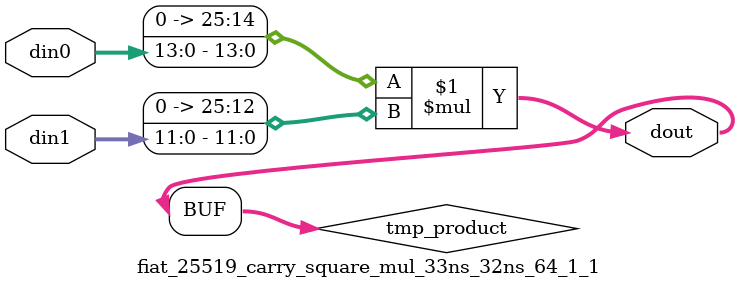
<source format=v>

`timescale 1 ns / 1 ps

  module fiat_25519_carry_square_mul_33ns_32ns_64_1_1(din0, din1, dout);
parameter ID = 1;
parameter NUM_STAGE = 0;
parameter din0_WIDTH = 14;
parameter din1_WIDTH = 12;
parameter dout_WIDTH = 26;

input [din0_WIDTH - 1 : 0] din0; 
input [din1_WIDTH - 1 : 0] din1; 
output [dout_WIDTH - 1 : 0] dout;

wire signed [dout_WIDTH - 1 : 0] tmp_product;










assign tmp_product = $signed({1'b0, din0}) * $signed({1'b0, din1});











assign dout = tmp_product;







endmodule

</source>
